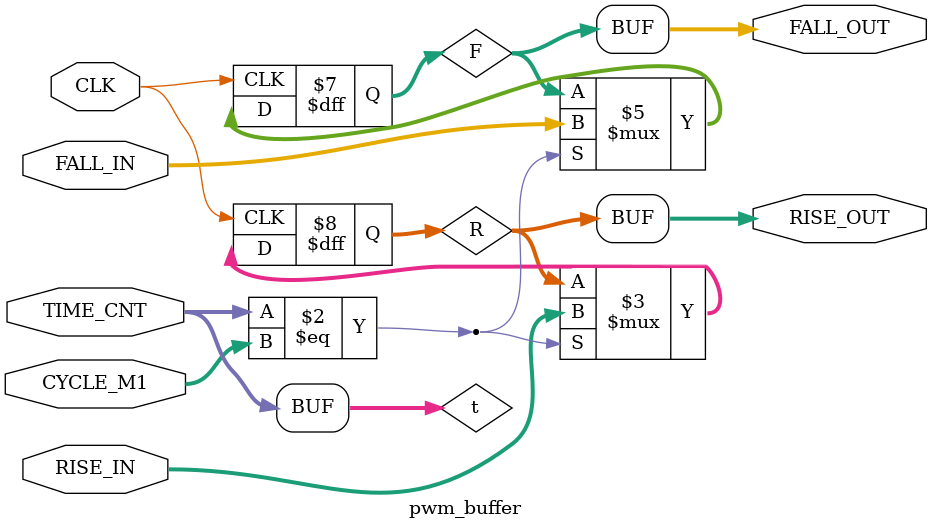
<source format=sv>
/*
 * File: pwm_buffer.sv
 * Project: pwm
 * Created Date: 15/03/2022
 * Author: Shun Suzuki
 * -----
 * Last Modified: 15/05/2023
 * Modified By: Shun Suzuki (suzuki@hapis.k.u-tokyo.ac.jp)
 * -----
 * Copyright (c) 2022-2023 Shun Suzuki. All rights reserved.
 *
 */

`timescale 1ns / 1ps
module pwm_buffer #(
    parameter int WIDTH = 13
) (
    input var CLK,
    input var [WIDTH-1:0] CYCLE_M1,
    input var [WIDTH-1:0] TIME_CNT,
    input var [WIDTH-1:0] RISE_IN,
    input var [WIDTH-1:0] FALL_IN,
    output var [WIDTH-1:0] RISE_OUT,
    output var [WIDTH-1:0] FALL_OUT
);

  bit [WIDTH-1:0] t;
  bit [WIDTH-1:0] R;
  bit [WIDTH-1:0] F;

  assign t = TIME_CNT;
  assign RISE_OUT = R;
  assign FALL_OUT = F;

  always_ff @(posedge CLK) begin
    if (t == CYCLE_M1) begin
      R <= RISE_IN;
      F <= FALL_IN;
    end
  end

endmodule

</source>
